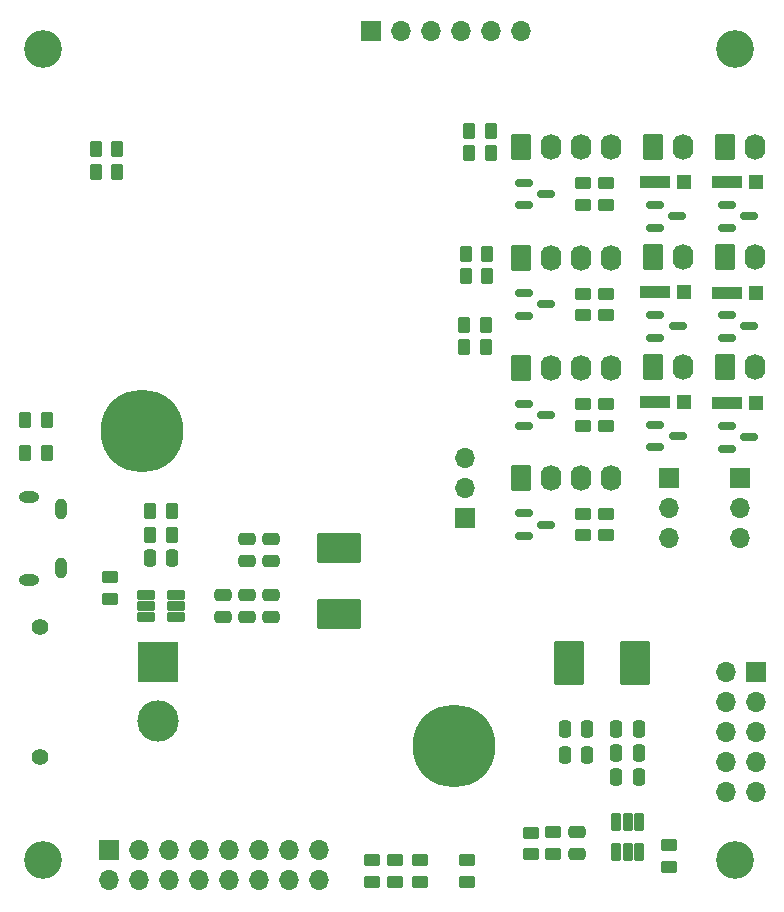
<source format=gbr>
%TF.GenerationSoftware,KiCad,Pcbnew,8.0.2*%
%TF.CreationDate,2024-07-11T10:11:00+02:00*%
%TF.ProjectId,HomeAssistant,486f6d65-4173-4736-9973-74616e742e6b,0.1*%
%TF.SameCoordinates,Original*%
%TF.FileFunction,Soldermask,Bot*%
%TF.FilePolarity,Negative*%
%FSLAX46Y46*%
G04 Gerber Fmt 4.6, Leading zero omitted, Abs format (unit mm)*
G04 Created by KiCad (PCBNEW 8.0.2) date 2024-07-11 10:11:00*
%MOMM*%
%LPD*%
G01*
G04 APERTURE LIST*
G04 Aperture macros list*
%AMRoundRect*
0 Rectangle with rounded corners*
0 $1 Rounding radius*
0 $2 $3 $4 $5 $6 $7 $8 $9 X,Y pos of 4 corners*
0 Add a 4 corners polygon primitive as box body*
4,1,4,$2,$3,$4,$5,$6,$7,$8,$9,$2,$3,0*
0 Add four circle primitives for the rounded corners*
1,1,$1+$1,$2,$3*
1,1,$1+$1,$4,$5*
1,1,$1+$1,$6,$7*
1,1,$1+$1,$8,$9*
0 Add four rect primitives between the rounded corners*
20,1,$1+$1,$2,$3,$4,$5,0*
20,1,$1+$1,$4,$5,$6,$7,0*
20,1,$1+$1,$6,$7,$8,$9,0*
20,1,$1+$1,$8,$9,$2,$3,0*%
G04 Aperture macros list end*
%ADD10R,1.700000X1.700000*%
%ADD11O,1.700000X1.700000*%
%ADD12C,3.200000*%
%ADD13C,7.000000*%
%ADD14RoundRect,0.250000X-0.620000X-0.845000X0.620000X-0.845000X0.620000X0.845000X-0.620000X0.845000X0*%
%ADD15O,1.740000X2.190000*%
%ADD16O,1.004000X1.804000*%
%ADD17O,1.704000X0.954000*%
%ADD18C,1.400000*%
%ADD19R,3.500000X3.500000*%
%ADD20C,3.500000*%
%ADD21RoundRect,0.250000X0.450000X-0.262500X0.450000X0.262500X-0.450000X0.262500X-0.450000X-0.262500X0*%
%ADD22RoundRect,0.250000X-0.450000X0.262500X-0.450000X-0.262500X0.450000X-0.262500X0.450000X0.262500X0*%
%ADD23RoundRect,0.150000X-0.587500X-0.150000X0.587500X-0.150000X0.587500X0.150000X-0.587500X0.150000X0*%
%ADD24RoundRect,0.250000X-0.250000X-0.475000X0.250000X-0.475000X0.250000X0.475000X-0.250000X0.475000X0*%
%ADD25RoundRect,0.250000X0.250000X0.475000X-0.250000X0.475000X-0.250000X-0.475000X0.250000X-0.475000X0*%
%ADD26RoundRect,0.250000X-0.262500X-0.450000X0.262500X-0.450000X0.262500X0.450000X-0.262500X0.450000X0*%
%ADD27RoundRect,0.055580X-0.341420X0.671420X-0.341420X-0.671420X0.341420X-0.671420X0.341420X0.671420X0*%
%ADD28R,2.616200X1.117600*%
%ADD29R,1.244600X1.244600*%
%ADD30RoundRect,0.102000X-1.752600X-1.130300X1.752600X-1.130300X1.752600X1.130300X-1.752600X1.130300X0*%
%ADD31RoundRect,0.250000X0.475000X-0.250000X0.475000X0.250000X-0.475000X0.250000X-0.475000X-0.250000X0*%
%ADD32RoundRect,0.055580X0.671420X0.341420X-0.671420X0.341420X-0.671420X-0.341420X0.671420X-0.341420X0*%
%ADD33RoundRect,0.250000X-0.475000X0.250000X-0.475000X-0.250000X0.475000X-0.250000X0.475000X0.250000X0*%
%ADD34RoundRect,0.102000X1.130300X-1.752600X1.130300X1.752600X-1.130300X1.752600X-1.130300X-1.752600X0*%
G04 APERTURE END LIST*
D10*
%TO.C,JP3*%
X103950000Y-92915000D03*
D11*
X103950000Y-90375000D03*
X103950000Y-87835000D03*
%TD*%
D12*
%TO.C,H2*%
X68200000Y-53200000D03*
%TD*%
D10*
%TO.C,J4*%
X73825000Y-121010000D03*
D11*
X73825000Y-123550000D03*
X76365000Y-121010000D03*
X76365000Y-123550000D03*
X78905000Y-121010000D03*
X78905000Y-123550000D03*
X81445000Y-121010000D03*
X81445000Y-123550000D03*
X83985000Y-121010000D03*
X83985000Y-123550000D03*
X86525000Y-121010000D03*
X86525000Y-123550000D03*
X89065000Y-121010000D03*
X89065000Y-123550000D03*
X91605000Y-121010000D03*
X91605000Y-123550000D03*
%TD*%
D13*
%TO.C,H5*%
X76600000Y-85500000D03*
%TD*%
D14*
%TO.C,J9*%
X119880000Y-61450000D03*
D15*
X122420000Y-61450000D03*
%TD*%
D14*
%TO.C,J12*%
X108680000Y-61450000D03*
D15*
X111220000Y-61450000D03*
X113760000Y-61450000D03*
X116300000Y-61450000D03*
%TD*%
D14*
%TO.C,J8*%
X125980000Y-80120000D03*
D15*
X128520000Y-80120000D03*
%TD*%
D10*
%TO.C,J5*%
X128550000Y-105950000D03*
D11*
X126010000Y-105950000D03*
X128550000Y-108490000D03*
X126010000Y-108490000D03*
X128550000Y-111030000D03*
X126010000Y-111030000D03*
X128550000Y-113570000D03*
X126010000Y-113570000D03*
X128550000Y-116110000D03*
X126010000Y-116110000D03*
%TD*%
D14*
%TO.C,J11*%
X119890000Y-80120000D03*
D15*
X122430000Y-80120000D03*
%TD*%
D10*
%TO.C,JP1*%
X127250000Y-89525000D03*
D11*
X127250000Y-92065000D03*
X127250000Y-94605000D03*
%TD*%
D10*
%TO.C,JP2*%
X121200000Y-89500000D03*
D11*
X121200000Y-92040000D03*
X121200000Y-94580000D03*
%TD*%
D14*
%TO.C,J14*%
X108700000Y-80150000D03*
D15*
X111240000Y-80150000D03*
X113780000Y-80150000D03*
X116320000Y-80150000D03*
%TD*%
D12*
%TO.C,H4*%
X126800000Y-53200000D03*
%TD*%
D10*
%TO.C,J3*%
X95975000Y-51675000D03*
D11*
X98515000Y-51675000D03*
X101055000Y-51675000D03*
X103595000Y-51675000D03*
X106135000Y-51675000D03*
X108675000Y-51675000D03*
%TD*%
D14*
%TO.C,J10*%
X119860000Y-70800000D03*
D15*
X122400000Y-70800000D03*
%TD*%
D14*
%TO.C,J6*%
X125960000Y-61450000D03*
D15*
X128500000Y-61450000D03*
%TD*%
D16*
%TO.C,J1*%
X69700000Y-92100000D03*
X69700000Y-97100000D03*
D17*
X67000000Y-91075000D03*
X67000000Y-98125000D03*
%TD*%
D14*
%TO.C,J7*%
X125960000Y-70800000D03*
D15*
X128500000Y-70800000D03*
%TD*%
D18*
%TO.C,J2*%
X67975000Y-113100000D03*
X67975000Y-102100000D03*
D19*
X77975000Y-105100000D03*
D20*
X77975000Y-110100000D03*
%TD*%
D14*
%TO.C,J15*%
X108700000Y-89470000D03*
D15*
X111240000Y-89470000D03*
X113780000Y-89470000D03*
X116320000Y-89470000D03*
%TD*%
D12*
%TO.C,H1*%
X126800000Y-121800000D03*
%TD*%
D13*
%TO.C,H6*%
X103000000Y-112200000D03*
%TD*%
D12*
%TO.C,H3*%
X68200000Y-121800000D03*
%TD*%
D14*
%TO.C,J13*%
X108670000Y-70830000D03*
D15*
X111210000Y-70830000D03*
X113750000Y-70830000D03*
X116290000Y-70830000D03*
%TD*%
D21*
%TO.C,R45*%
X115850000Y-85062500D03*
X115850000Y-83237500D03*
%TD*%
D22*
%TO.C,R20*%
X121200000Y-120587500D03*
X121200000Y-122412500D03*
%TD*%
D23*
%TO.C,D14*%
X108912500Y-85100000D03*
X108912500Y-83200000D03*
X110787500Y-84150000D03*
%TD*%
D24*
%TO.C,C25*%
X112373000Y-112920000D03*
X114273000Y-112920000D03*
%TD*%
D22*
%TO.C,R49*%
X98000000Y-121837500D03*
X98000000Y-123662500D03*
%TD*%
%TO.C,R50*%
X96050000Y-121837500D03*
X96050000Y-123662500D03*
%TD*%
D23*
%TO.C,Q3*%
X126112500Y-68300000D03*
X126112500Y-66400000D03*
X127987500Y-67350000D03*
%TD*%
D25*
%TO.C,C22*%
X118650000Y-112800000D03*
X116750000Y-112800000D03*
%TD*%
D22*
%TO.C,R35*%
X113900000Y-64537500D03*
X113900000Y-66362500D03*
%TD*%
D26*
%TO.C,R2*%
X72687500Y-61600000D03*
X74512500Y-61600000D03*
%TD*%
D22*
%TO.C,R47*%
X104100000Y-121837500D03*
X104100000Y-123662500D03*
%TD*%
D27*
%TO.C,U6*%
X116750000Y-118625500D03*
X117700000Y-118625500D03*
X118650000Y-118625500D03*
X118650000Y-121135500D03*
X117700000Y-121135500D03*
X116750000Y-121135500D03*
%TD*%
D28*
%TO.C,D10*%
X120049100Y-73750000D03*
D29*
X122436700Y-73750000D03*
%TD*%
D23*
%TO.C,Q5*%
X126112500Y-87000000D03*
X126112500Y-85100000D03*
X127987500Y-86050000D03*
%TD*%
D26*
%TO.C,R18*%
X77287500Y-92300000D03*
X79112500Y-92300000D03*
%TD*%
D28*
%TO.C,D6*%
X126149100Y-64450000D03*
D29*
X128536700Y-64450000D03*
%TD*%
D22*
%TO.C,R41*%
X113900000Y-83237500D03*
X113900000Y-85062500D03*
%TD*%
D26*
%TO.C,R32*%
X104287500Y-62000000D03*
X106112500Y-62000000D03*
%TD*%
%TO.C,R31*%
X103887500Y-76500000D03*
X105712500Y-76500000D03*
%TD*%
%TO.C,R33*%
X103987500Y-72400000D03*
X105812500Y-72400000D03*
%TD*%
D23*
%TO.C,Q7*%
X120062500Y-77600000D03*
X120062500Y-75700000D03*
X121937500Y-76650000D03*
%TD*%
D26*
%TO.C,R34*%
X103887500Y-78400000D03*
X105712500Y-78400000D03*
%TD*%
D25*
%TO.C,C24*%
X118650000Y-114832000D03*
X116750000Y-114832000D03*
%TD*%
D24*
%TO.C,C26*%
X112373000Y-110761000D03*
X114273000Y-110761000D03*
%TD*%
D25*
%TO.C,C23*%
X118650000Y-110768000D03*
X116750000Y-110768000D03*
%TD*%
D30*
%TO.C,L1*%
X93280000Y-101023000D03*
X93280000Y-95384200D03*
%TD*%
D31*
%TO.C,C17*%
X85509000Y-101258600D03*
X85509000Y-99358600D03*
%TD*%
D32*
%TO.C,U5*%
X79429500Y-99358600D03*
X79429500Y-100308600D03*
X79429500Y-101258600D03*
X76919500Y-101258600D03*
X76919500Y-100308600D03*
X76919500Y-99358600D03*
%TD*%
D23*
%TO.C,Q8*%
X120062500Y-86900000D03*
X120062500Y-85000000D03*
X121937500Y-85950000D03*
%TD*%
D21*
%TO.C,R17*%
X73900000Y-99712500D03*
X73900000Y-97887500D03*
%TD*%
D28*
%TO.C,D7*%
X126149100Y-73800000D03*
D29*
X128536700Y-73800000D03*
%TD*%
D26*
%TO.C,R51*%
X66687500Y-84600000D03*
X68512500Y-84600000D03*
%TD*%
%TO.C,R3*%
X72687500Y-63600000D03*
X74512500Y-63600000D03*
%TD*%
D21*
%TO.C,R44*%
X115850000Y-75712500D03*
X115850000Y-73887500D03*
%TD*%
%TO.C,R37*%
X115850000Y-66362500D03*
X115850000Y-64537500D03*
%TD*%
%TO.C,R21*%
X109550000Y-121337500D03*
X109550000Y-119512500D03*
%TD*%
D22*
%TO.C,R43*%
X113900000Y-92537500D03*
X113900000Y-94362500D03*
%TD*%
D33*
%TO.C,C20*%
X85480000Y-94653600D03*
X85480000Y-96553600D03*
%TD*%
D23*
%TO.C,D12*%
X108912500Y-66400000D03*
X108912500Y-64500000D03*
X110787500Y-65450000D03*
%TD*%
D28*
%TO.C,D11*%
X120049100Y-83100000D03*
D29*
X122436700Y-83100000D03*
%TD*%
D23*
%TO.C,D15*%
X108912500Y-94400000D03*
X108912500Y-92500000D03*
X110787500Y-93450000D03*
%TD*%
%TO.C,D13*%
X108912500Y-75750000D03*
X108912500Y-73850000D03*
X110787500Y-74800000D03*
%TD*%
D22*
%TO.C,R48*%
X100100000Y-121837500D03*
X100100000Y-123662500D03*
%TD*%
D34*
%TO.C,L2*%
X118342400Y-105120000D03*
X112703600Y-105120000D03*
%TD*%
D21*
%TO.C,R22*%
X111350000Y-121332500D03*
X111350000Y-119507500D03*
%TD*%
D31*
%TO.C,C18*%
X83477000Y-101258600D03*
X83477000Y-99358600D03*
%TD*%
D33*
%TO.C,C19*%
X87512000Y-94653600D03*
X87512000Y-96553600D03*
%TD*%
D22*
%TO.C,R39*%
X113900000Y-73887500D03*
X113900000Y-75712500D03*
%TD*%
D26*
%TO.C,R52*%
X66687500Y-87400000D03*
X68512500Y-87400000D03*
%TD*%
%TO.C,R29*%
X104287500Y-60100000D03*
X106112500Y-60100000D03*
%TD*%
D23*
%TO.C,Q6*%
X120012500Y-68300000D03*
X120012500Y-66400000D03*
X121887500Y-67350000D03*
%TD*%
D28*
%TO.C,D8*%
X126149100Y-83150000D03*
D29*
X128536700Y-83150000D03*
%TD*%
D31*
%TO.C,C16*%
X87541000Y-101258600D03*
X87541000Y-99358600D03*
%TD*%
D26*
%TO.C,R19*%
X77287500Y-94300000D03*
X79112500Y-94300000D03*
%TD*%
D23*
%TO.C,Q4*%
X126099200Y-77600000D03*
X126099200Y-75700000D03*
X127974200Y-76650000D03*
%TD*%
D26*
%TO.C,R30*%
X103987500Y-70500000D03*
X105812500Y-70500000D03*
%TD*%
D28*
%TO.C,D9*%
X120049100Y-64450000D03*
D29*
X122436700Y-64450000D03*
%TD*%
D24*
%TO.C,C15*%
X77250000Y-96300000D03*
X79150000Y-96300000D03*
%TD*%
D21*
%TO.C,R46*%
X115850000Y-94362500D03*
X115850000Y-92537500D03*
%TD*%
D31*
%TO.C,C21*%
X113382000Y-121370000D03*
X113382000Y-119470000D03*
%TD*%
M02*

</source>
